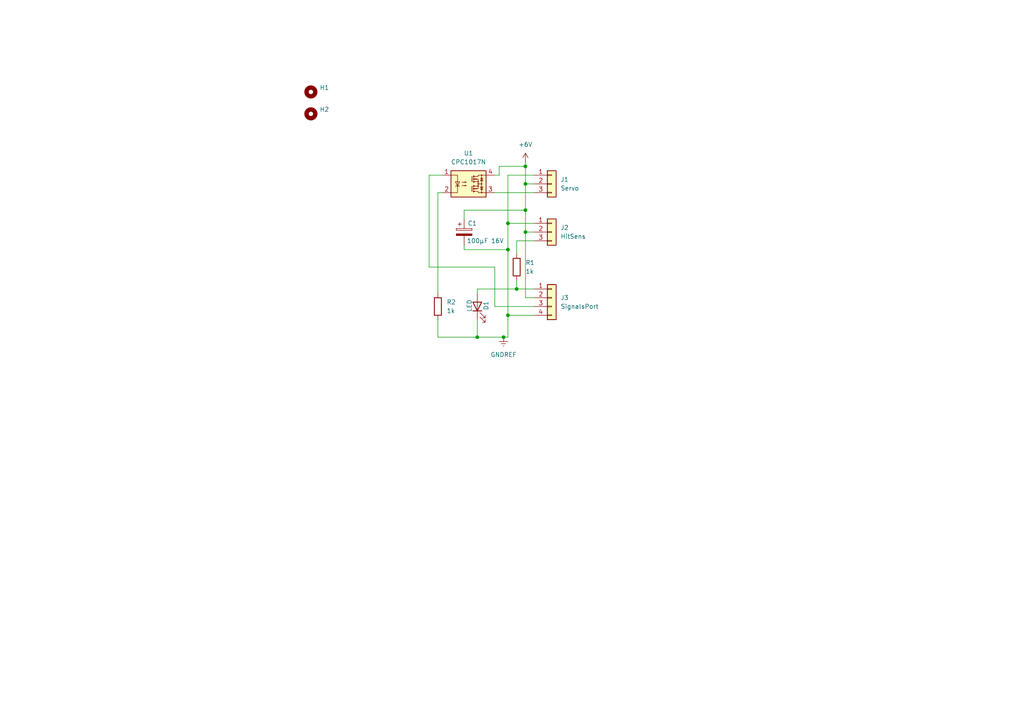
<source format=kicad_sch>
(kicad_sch (version 20231120) (generator "eeschema") (generator_version "8.0")
  (paper "A4")
  (lib_symbols
    (symbol "Connector_Generic:Conn_01x03" (pin_names (offset 1.016) hide)
      (property "Reference" "J" (at 0 5.08 0))
      (property "Value" "Conn_01x03" (at 0 -5.08 0))
      (symbol "Conn_01x03_1_1"
        (rectangle (start -1.27 -2.413) (end 0 -2.667) (stroke (width 0.1524)))
        (rectangle (start -1.27 0.127) (end 0 -0.127) (stroke (width 0.1524)))
        (rectangle (start -1.27 2.667) (end 0 2.413) (stroke (width 0.1524)))
        (rectangle (start -1.27 3.81) (end 1.27 -3.81) (stroke (width 0.254)) (fill (type background)))
        (pin passive line (at -5.08 2.54 0) (length 3.81) (name "Pin_1") (number "1"))
        (pin passive line (at -5.08 0 0) (length 3.81) (name "Pin_2") (number "2"))
        (pin passive line (at -5.08 -2.54 0) (length 3.81) (name "Pin_3") (number "3"))
      )
    )
    (symbol "Connector_Generic:Conn_01x04" (pin_names (offset 1.016) hide)
      (property "Reference" "J" (at 0 5.08 0))
      (property "Value" "Conn_01x04" (at 0 -7.62 0))
      (symbol "Conn_01x04_1_1"
        (rectangle (start -1.27 -4.953) (end 0 -5.207) (stroke (width 0.1524)))
        (rectangle (start -1.27 -2.413) (end 0 -2.667) (stroke (width 0.1524)))
        (rectangle (start -1.27 0.127) (end 0 -0.127) (stroke (width 0.1524)))
        (rectangle (start -1.27 2.667) (end 0 2.413) (stroke (width 0.1524)))
        (rectangle (start -1.27 3.81) (end 1.27 -6.35) (stroke (width 0.254)) (fill (type background)))
        (pin passive line (at -5.08 2.54 0) (length 3.81) (name "Pin_1") (number "1"))
        (pin passive line (at -5.08 0 0) (length 3.81) (name "Pin_2") (number "2"))
        (pin passive line (at -5.08 -2.54 0) (length 3.81) (name "Pin_3") (number "3"))
        (pin passive line (at -5.08 -5.08 0) (length 3.81) (name "Pin_4") (number "4"))
      )
    )
    (symbol "Device:C_Polarized" (pin_numbers hide) (pin_names (offset 0.254))
      (property "Reference" "C" (at 0.635 2.54 0))
      (property "Value" "C_Polarized" (at 0.635 -2.54 0))
      (symbol "C_Polarized_0_1"
        (rectangle (start -2.286 0.508) (end 2.286 1.016))
        (polyline (pts (xy -1.778 2.286) (xy -0.762 2.286)))
        (polyline (pts (xy -1.27 2.794) (xy -1.27 1.778)))
        (rectangle (start 2.286 -0.508) (end -2.286 -1.016) (fill (type outline)))
      )
      (symbol "C_Polarized_1_1"
        (pin passive line (at 0 3.81 270) (length 2.794) (name "~") (number "1"))
        (pin passive line (at 0 -3.81 90) (length 2.794) (name "~") (number "2"))
      )
    )
    (symbol "Device:LED" (pin_numbers hide) (pin_names (offset 1.016) hide)
      (property "Reference" "D" (at 0 2.54 0))
      (property "Value" "LED" (at 0 -2.54 0))
      (symbol "LED_0_1"
        (polyline (pts (xy -1.27 -1.27) (xy -1.27 1.27)) (stroke (width 0.254)))
        (polyline (pts (xy -1.27 0) (xy 1.27 0)))
        (polyline (pts (xy 1.27 -1.27) (xy 1.27 1.27) (xy -1.27 0) (xy 1.27 -1.27)) (stroke (width 0.254)))
        (polyline (pts (xy -3.048 -0.762) (xy -4.572 -2.286) (xy -3.81 -2.286) (xy -4.572 -2.286) (xy -4.572 -1.524)))
        (polyline (pts (xy -1.778 -0.762) (xy -3.302 -2.286) (xy -2.54 -2.286) (xy -3.302 -2.286) (xy -3.302 -1.524)))
      )
      (symbol "LED_1_1"
        (pin passive line (at -3.81 0 0) (length 2.54) (name "K") (number "1"))
        (pin passive line (at 3.81 0 180) (length 2.54) (name "A") (number "2"))
      )
    )
    (symbol "Device:R" (pin_numbers hide) (pin_names (offset 0))
      (property "Reference" "R" (at 2.032 0 90))
      (property "Value" "R" (at 0 0 90))
      (symbol "R_0_1"
        (rectangle (start -1.016 -2.54) (end 1.016 2.54) (stroke (width 0.254)))
      )
      (symbol "R_1_1"
        (pin passive line (at 0 3.81 270) (length 1.27) (name "~") (number "1"))
        (pin passive line (at 0 -3.81 90) (length 1.27) (name "~") (number "2"))
      )
    )
    (symbol "Mechanical:MountingHole" (pin_names (offset 1.016)) (exclude_from_sim yes) (in_bom no)
      (property "Reference" "H" (at 0 5.08 0))
      (property "Value" "MountingHole" (at 0 3.175 0))
      (symbol "MountingHole_0_1"
        (circle (center 0 0) (radius 1.27) (stroke (width 1.27)))
      )
    )
    (symbol "Relay_SolidState:CPC1017N"
      (property "Reference" "U" (at -5.08 5.08 0))
      (property "Value" "CPC1017N" (at 0 5.08 0))
      (symbol "CPC1017N_0_1"
        (rectangle (start -5.08 3.81) (end 5.08 -3.81) (stroke (width 0.254)) (fill (type background)))
        (polyline (pts (xy -3.81 -0.635) (xy -2.54 -0.635)))
        (polyline (pts (xy 1.016 -0.635) (xy 1.016 -2.159)) (stroke (width 0.2032)))
        (polyline (pts (xy 1.016 2.159) (xy 1.016 0.635)) (stroke (width 0.2032)))
        (polyline (pts (xy 1.524 -0.508) (xy 1.524 -0.762)) (stroke (width 0.3556)))
        (polyline (pts (xy 2.794 0) (xy 3.81 0)))
        (polyline (pts (xy 3.429 -1.651) (xy 4.191 -1.651)))
        (polyline (pts (xy 3.429 1.651) (xy 4.191 1.651)))
        (polyline (pts (xy 3.81 -2.54) (xy 3.81 2.54)))
        (polyline (pts (xy 1.524 -2.032) (xy 1.524 -2.286) (xy 1.524 -2.286)) (stroke (width 0.3556)))
        (polyline (pts (xy 1.524 -1.27) (xy 1.524 -1.524) (xy 1.524 -1.524)) (stroke (width 0.3556)))
        (polyline (pts (xy 1.524 0.762) (xy 1.524 0.508) (xy 1.524 0.508)) (stroke (width 0.3556)))
        (polyline (pts (xy 1.524 1.524) (xy 1.524 1.27) (xy 1.524 1.27)) (stroke (width 0.3556)))
        (polyline (pts (xy 1.524 2.286) (xy 1.524 2.032) (xy 1.524 2.032)) (stroke (width 0.3556)))
        (polyline (pts (xy 1.651 -1.397) (xy 2.794 -1.397) (xy 2.794 -0.635)))
        (polyline (pts (xy 1.651 1.397) (xy 2.794 1.397) (xy 2.794 0.635)))
        (polyline (pts (xy -5.08 2.54) (xy -3.175 2.54) (xy -3.175 -2.54) (xy -5.08 -2.54)))
        (polyline (pts (xy -3.175 -0.635) (xy -3.81 0.635) (xy -2.54 0.635) (xy -3.175 -0.635)))
        (polyline (pts (xy 1.651 -2.159) (xy 2.794 -2.159) (xy 2.794 -2.54) (xy 5.08 -2.54)))
        (polyline (pts (xy 1.651 -0.635) (xy 2.794 -0.635) (xy 2.794 0.635) (xy 1.651 0.635)))
        (polyline (pts (xy 1.651 2.159) (xy 2.794 2.159) (xy 2.794 2.54) (xy 5.08 2.54)))
        (polyline (pts (xy 1.778 -1.397) (xy 2.286 -1.27) (xy 2.286 -1.524) (xy 1.778 -1.397)))
        (polyline (pts (xy 1.778 1.397) (xy 2.286 1.524) (xy 2.286 1.27) (xy 1.778 1.397)))
        (polyline (pts (xy 3.81 -1.651) (xy 3.429 -0.889) (xy 4.191 -0.889) (xy 3.81 -1.651)))
        (polyline (pts (xy 3.81 1.651) (xy 3.429 0.889) (xy 4.191 0.889) (xy 3.81 1.651)))
        (polyline (pts (xy -1.905 -0.508) (xy -0.635 -0.508) (xy -1.016 -0.635) (xy -1.016 -0.381) (xy -0.635 -0.508)))
        (polyline (pts (xy -1.905 0.508) (xy -0.635 0.508) (xy -1.016 0.381) (xy -1.016 0.635) (xy -0.635 0.508)))
        (circle (center 2.794 -0.635) (radius 0.127))
        (circle (center 2.794 0) (radius 0.127))
        (circle (center 2.794 0.635) (radius 0.127))
        (circle (center 3.81 -2.54) (radius 0.127))
        (circle (center 3.81 0) (radius 0.127))
        (circle (center 3.81 2.54) (radius 0.127))
      )
      (symbol "CPC1017N_1_1"
        (pin passive line (at -7.62 2.54 0) (length 2.54) (name "~") (number "1"))
        (pin passive line (at -7.62 -2.54 0) (length 2.54) (name "~") (number "2"))
        (pin passive line (at 7.62 -2.54 180) (length 2.54) (name "~") (number "3"))
        (pin passive line (at 7.62 2.54 180) (length 2.54) (name "~") (number "4"))
      )
    )
    (symbol "power:+6V" (power) (pin_numbers hide) (pin_names (offset 0) hide)
      (property "Value" "+6V" (at 0 3.556 0))
      (symbol "+6V_0_1"
        (polyline (pts (xy -0.762 1.27) (xy 0 2.54)))
        (polyline (pts (xy 0 0) (xy 0 2.54)))
        (polyline (pts (xy 0 2.54) (xy 0.762 1.27)))
      )
      (symbol "+6V_1_1"
        (pin power_in line (at 0 0 90) (length 0) (name "~") (number "1"))
      )
    )
    (symbol "power:GNDREF" (power) (pin_numbers hide) (pin_names (offset 0) hide)
      (property "Value" "GNDREF" (at 0 -3.81 0))
      (symbol "GNDREF_0_1"
        (polyline (pts (xy -0.635 -1.905) (xy 0.635 -1.905)))
        (polyline (pts (xy -0.127 -2.54) (xy 0.127 -2.54)))
        (polyline (pts (xy 0 -1.27) (xy 0 0)))
        (polyline (pts (xy 1.27 -1.27) (xy -1.27 -1.27)))
      )
      (symbol "GNDREF_1_1"
        (pin power_in line (at 0 0 270) (length 0) (name "~") (number "1"))
      )
    )
  )
  (junction (at 152.4 53.34))
  (junction (at 147.32 64.77))
  (junction (at 147.32 72.39))
  (junction (at 138.43 97.79))
  (junction (at 152.4 60.96))
  (junction (at 146.05 97.79))
  (junction (at 152.4 48.26))
  (junction (at 147.32 91.44))
  (junction (at 152.4 67.31))
  (junction (at 149.86 83.82))
  (wire (pts (xy 144.78 50.8) (xy 143.51 50.8)))
  (wire (pts (xy 143.51 55.88) (xy 154.94 55.88)))
  (wire (pts (xy 152.4 46.99) (xy 152.4 48.26)))
  (wire (pts (xy 134.62 72.39) (xy 147.32 72.39)))
  (wire (pts (xy 134.62 63.5) (xy 134.62 60.96)))
  (wire (pts (xy 138.43 83.82) (xy 149.86 83.82)))
  (wire (pts (xy 147.32 64.77) (xy 147.32 72.39)))
  (wire (pts (xy 127 55.88) (xy 127 85.09)))
  (wire (pts (xy 147.32 64.77) (xy 154.94 64.77)))
  (wire (pts (xy 127 55.88) (xy 128.27 55.88)))
  (wire (pts (xy 124.46 50.8) (xy 128.27 50.8)))
  (wire (pts (xy 149.86 69.85) (xy 154.94 69.85)))
  (wire (pts (xy 147.32 91.44) (xy 154.94 91.44)))
  (wire (pts (xy 138.43 97.79) (xy 138.43 92.71)))
  (wire (pts (xy 143.51 88.9) (xy 154.94 88.9)))
  (wire (pts (xy 144.78 48.26) (xy 144.78 50.8)))
  (wire (pts (xy 152.4 48.26) (xy 152.4 53.34)))
  (wire (pts (xy 124.46 77.47) (xy 124.46 50.8)))
  (wire (pts (xy 147.32 50.8) (xy 147.32 64.77)))
  (wire (pts (xy 134.62 71.12) (xy 134.62 72.39)))
  (wire (pts (xy 146.05 97.79) (xy 147.32 97.79)))
  (wire (pts (xy 138.43 85.09) (xy 138.43 83.82)))
  (wire (pts (xy 152.4 86.36) (xy 154.94 86.36)))
  (wire (pts (xy 149.86 83.82) (xy 154.94 83.82)))
  (wire (pts (xy 152.4 67.31) (xy 152.4 86.36)))
  (wire (pts (xy 154.94 53.34) (xy 152.4 53.34)))
  (wire (pts (xy 147.32 50.8) (xy 154.94 50.8)))
  (wire (pts (xy 149.86 81.28) (xy 149.86 83.82)))
  (wire (pts (xy 152.4 67.31) (xy 154.94 67.31)))
  (wire (pts (xy 149.86 69.85) (xy 149.86 73.66)))
  (wire (pts (xy 147.32 72.39) (xy 147.32 91.44)))
  (wire (pts (xy 152.4 60.96) (xy 152.4 67.31)))
  (wire (pts (xy 134.62 60.96) (xy 152.4 60.96)))
  (wire (pts (xy 127 92.71) (xy 127 97.79)))
  (wire (pts (xy 138.43 97.79) (xy 146.05 97.79)))
  (wire (pts (xy 143.51 77.47) (xy 143.51 88.9)))
  (wire (pts (xy 127 97.79) (xy 138.43 97.79)))
  (wire (pts (xy 152.4 53.34) (xy 152.4 60.96)))
  (wire (pts (xy 147.32 91.44) (xy 147.32 97.79)))
  (wire (pts (xy 124.46 77.47) (xy 143.51 77.47)))
  (wire (pts (xy 144.78 48.26) (xy 152.4 48.26)))
  (symbol (lib_id "Device:R") (at 127 88.9 180) (unit 1)
    (property "Reference" "R2" (at 129.54 87.6299 0) (effects (justify right)))
    (property "Value" "1k" (at 129.54 90.1699 0) (effects (justify right)))
    (property "Footprint" "Resistor_SMD:R_0805_2012Metric_Pad1.20x1.40mm_HandSolder" (effects (hide yes)))
    (property "Description" "Resistor" (effects (hide yes)))
  )
  (symbol (lib_id "Device:R") (at 149.86 77.47 180) (unit 1)
    (property "Reference" "R1" (at 152.4 76.1999 0) (effects (justify right)))
    (property "Value" "1k" (at 152.4 78.7399 0) (effects (justify right)))
    (property "Footprint" "Resistor_SMD:R_0805_2012Metric_Pad1.20x1.40mm_HandSolder" (effects (hide yes)))
    (property "Description" "Resistor" (effects (hide yes)))
  )
  (symbol (lib_id "Connector_Generic:Conn_01x04") (at 160.02 86.36 0) (unit 1)
    (property "Reference" "J3" (at 162.56 86.3599 0) (effects (justify left)))
    (property "Value" "SignalsPort" (at 162.56 88.8999 0) (effects (justify left)))
    (property "Footprint" "Connector_Hirose:Hirose_DF3EA-04P-2H_1x04-1MP_P2.00mm_Horizontal" (effects (hide yes)))
    (property "Description" "Generic connector, single row, 01x04, script generated (kicad-library-utils/schlib/autogen/connector/)" (effects (hide yes)))
  )
  (symbol (lib_id "power:GNDREF") (at 146.05 97.79 0) (unit 1)
    (property "Reference" "#PWR01" (effects (hide yes)))
    (property "Value" "GNDREF" (at 146.05 102.87 0))
    (property "Description" "Power symbol creates a global label with name \"GNDREF\" , reference supply ground" (effects (hide yes)))
  )
  (symbol (lib_id "Mechanical:MountingHole") (at 90.17 33.02 0) (unit 1) (exclude_from_sim yes) (in_bom no)
    (property "Reference" "H2" (at 92.71 31.7499 0) (effects (justify left)))
    (property "Value" "MountingHole" (effects (hide yes)))
    (property "Footprint" "MountingHole:MountingHole_3.2mm_M3" (effects (hide yes)))
    (property "Description" "Mounting Hole without connection" (effects (hide yes)))
  )
  (symbol (lib_id "Connector_Generic:Conn_01x03") (at 160.02 67.31 0) (unit 1)
    (property "Reference" "J2" (at 162.56 66.0399 0) (effects (justify left)))
    (property "Value" "HitSens" (at 162.56 68.5799 0) (effects (justify left)))
    (property "Footprint" "Connector_PinHeader_2.54mm:PinHeader_1x03_P2.54mm_Horizontal" (effects (hide yes)))
    (property "Description" "Generic connector, single row, 01x03, script generated (kicad-library-utils/schlib/autogen/connector/)" (effects (hide yes)))
  )
  (symbol (lib_id "Mechanical:MountingHole") (at 90.17 26.67 0) (unit 1) (exclude_from_sim yes) (in_bom no)
    (property "Reference" "H1" (at 92.71 25.3999 0) (effects (justify left)))
    (property "Value" "MountingHole" (effects (hide yes)))
    (property "Footprint" "MountingHole:MountingHole_3.2mm_M3" (effects (hide yes)))
    (property "Description" "Mounting Hole without connection" (effects (hide yes)))
  )
  (symbol (lib_id "Relay_SolidState:CPC1017N") (at 135.89 53.34 0) (unit 1)
    (property "Reference" "U1" (at 135.89 44.45 0))
    (property "Value" "CPC1017N" (at 135.89 46.99 0))
    (property "Footprint" "Package_SO:SOP-4_3.8x4.1mm_P2.54mm" (effects (hide yes)))
    (property "Datasheet" "http://www.ixysic.com/home/pdfs.nsf/www/CPC1017N.pdf/$file/CPC1017N.pdf" (effects (hide yes)))
    (property "Description" "Form A, Solid State Relay (Photo MOSFET) 60V, 0.1A, 16Ohm, SO-4" (effects (hide yes)))
  )
  (symbol (lib_id "power:+6V") (at 152.4 46.99 0) (unit 1)
    (property "Reference" "#PWR02" (effects (hide yes)))
    (property "Value" "+6V" (at 152.4 41.91 0))
    (property "Description" "Power symbol creates a global label with name \"+6V\"" (effects (hide yes)))
  )
  (symbol (lib_id "Device:LED") (at 138.43 88.9 90) (unit 1)
    (property "Reference" "D1" (at 140.97 88.646 0))
    (property "Value" "LED" (at 136.144 88.646 0))
    (property "Footprint" "LED_SMD:LED_0805_2012Metric_Pad1.15x1.40mm_HandSolder" (effects (hide yes)))
    (property "Description" "Light emitting diode" (effects (hide yes)))
  )
  (symbol (lib_id "Device:C_Polarized") (at 134.62 67.31 0) (unit 1)
    (property "Reference" "C1" (at 135.636 64.77 0) (effects (justify left)))
    (property "Value" "100µF 16V" (at 135.382 69.85 0) (effects (justify left)))
    (property "Footprint" "Capacitor_SMD:C_Elec_6.3x7.7" (effects (hide yes)))
    (property "Description" "Polarized capacitor" (effects (hide yes)))
  )
  (symbol (lib_id "Connector_Generic:Conn_01x03") (at 160.02 53.34 0) (unit 1)
    (property "Reference" "J1" (at 162.56 52.0699 0) (effects (justify left)))
    (property "Value" "Servo" (at 162.56 54.6099 0) (effects (justify left)))
    (property "Footprint" "Connector_PinHeader_2.54mm:PinHeader_1x03_P2.54mm_Horizontal" (effects (hide yes)))
    (property "Description" "Generic connector, single row, 01x03, script generated (kicad-library-utils/schlib/autogen/connector/)" (effects (hide yes)))
  )
)
</source>
